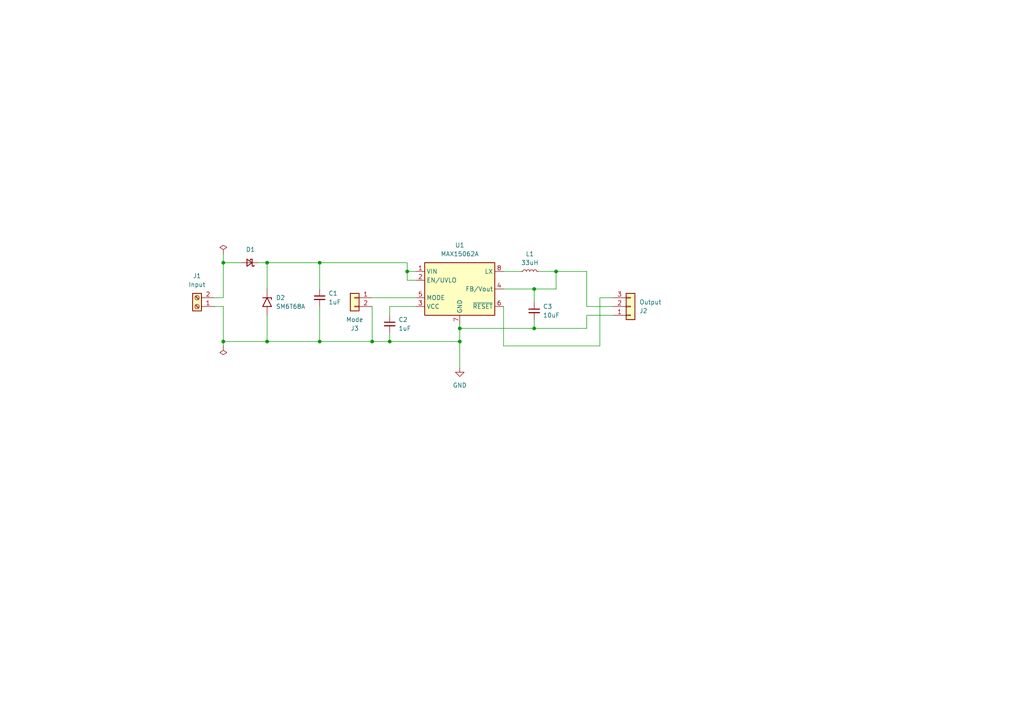
<source format=kicad_sch>
(kicad_sch (version 20250114) (generator "eeschema") (generator_version "9.0")
  (paper "A4")
  (lib_symbols
    (symbol "Connector:Screw_Terminal_01x02" (pin_names (offset 1.016) (hide yes))
      (property "Reference" "J" (at 0 2.54 0))
      (property "Value" "Screw_Terminal_01x02" (at 0 -5.08 0))
      (symbol "Screw_Terminal_01x02_1_1"
        (rectangle (start -1.27 1.27) (end 1.27 -3.81) (stroke (width 0.254)) (fill (type background)))
        (polyline (pts (xy -0.5334 0.3302) (xy 0.3302 -0.508)) (stroke (width 0.1524)))
        (polyline (pts (xy -0.5334 -2.2098) (xy 0.3302 -3.048)) (stroke (width 0.1524)))
        (polyline (pts (xy -0.3556 0.508) (xy 0.508 -0.3302)) (stroke (width 0.1524)))
        (polyline (pts (xy -0.3556 -2.032) (xy 0.508 -2.8702)) (stroke (width 0.1524)))
        (circle (center 0 0) (radius 0.635) (stroke (width 0.1524)))
        (circle (center 0 -2.54) (radius 0.635) (stroke (width 0.1524)))
        (pin passive line (at -5.08 0 0) (length 3.81) (name "Pin_1") (number "1"))
        (pin passive line (at -5.08 -2.54 0) (length 3.81) (name "Pin_2") (number "2"))
      )
    )
    (symbol "Connector_Generic:Conn_01x02" (pin_names (offset 1.016) (hide yes))
      (property "Reference" "J" (at 0 2.54 0))
      (property "Value" "Conn_01x02" (at 0 -5.08 0))
      (symbol "Conn_01x02_1_1"
        (rectangle (start -1.27 1.27) (end 1.27 -3.81) (stroke (width 0.254)) (fill (type background)))
        (rectangle (start -1.27 0.127) (end 0 -0.127) (stroke (width 0.1524)))
        (rectangle (start -1.27 -2.413) (end 0 -2.667) (stroke (width 0.1524)))
        (pin passive line (at -5.08 0 0) (length 3.81) (name "Pin_1") (number "1"))
        (pin passive line (at -5.08 -2.54 0) (length 3.81) (name "Pin_2") (number "2"))
      )
    )
    (symbol "Connector_Generic:Conn_01x03" (pin_names (offset 1.016) (hide yes))
      (property "Reference" "J" (at 0 5.08 0))
      (property "Value" "Conn_01x03" (at 0 -5.08 0))
      (symbol "Conn_01x03_1_1"
        (rectangle (start -1.27 3.81) (end 1.27 -3.81) (stroke (width 0.254)) (fill (type background)))
        (rectangle (start -1.27 2.667) (end 0 2.413) (stroke (width 0.1524)))
        (rectangle (start -1.27 0.127) (end 0 -0.127) (stroke (width 0.1524)))
        (rectangle (start -1.27 -2.413) (end 0 -2.667) (stroke (width 0.1524)))
        (pin passive line (at -5.08 2.54 0) (length 3.81) (name "Pin_1") (number "1"))
        (pin passive line (at -5.08 0 0) (length 3.81) (name "Pin_2") (number "2"))
        (pin passive line (at -5.08 -2.54 0) (length 3.81) (name "Pin_3") (number "3"))
      )
    )
    (symbol "Device:C_Small" (pin_numbers (hide yes)) (pin_names (offset 0.254) (hide yes))
      (property "Reference" "C" (at 0.254 1.778 0))
      (property "Value" "C_Small" (at 0.254 -2.032 0))
      (symbol "C_Small_0_1"
        (polyline (pts (xy -1.524 0.508) (xy 1.524 0.508)) (stroke (width 0.3048)))
        (polyline (pts (xy -1.524 -0.508) (xy 1.524 -0.508)) (stroke (width 0.3302)))
      )
      (symbol "C_Small_1_1"
        (pin passive line (at 0 2.54 270) (length 2.032) (name "~") (number "1"))
        (pin passive line (at 0 -2.54 90) (length 2.032) (name "~") (number "2"))
      )
    )
    (symbol "Device:D_Schottky_Small" (pin_numbers (hide yes)) (pin_names (offset 0.254) (hide yes))
      (property "Reference" "D" (at -1.27 2.032 0))
      (property "Value" "D_Schottky_Small" (at -7.112 -2.032 0))
      (symbol "D_Schottky_Small_0_1"
        (polyline (pts (xy -1.27 0.762) (xy -1.27 1.016) (xy -0.762 1.016) (xy -0.762 -1.016) (xy -0.254 -1.016) (xy -0.254 -0.762)) (stroke (width 0.254)))
        (polyline (pts (xy -0.762 0) (xy 0.762 0)))
        (polyline (pts (xy 0.762 -1.016) (xy -0.762 0) (xy 0.762 1.016) (xy 0.762 -1.016)) (stroke (width 0.254)))
      )
      (symbol "D_Schottky_Small_1_1"
        (pin passive line (at -2.54 0 0) (length 1.778) (name "K") (number "1"))
        (pin passive line (at 2.54 0 180) (length 1.778) (name "A") (number "2"))
      )
    )
    (symbol "Device:L_Small" (pin_numbers (hide yes)) (pin_names (offset 0.254) (hide yes))
      (property "Reference" "L" (at 0.762 1.016 0))
      (property "Value" "L_Small" (at 0.762 -1.016 0))
      (symbol "L_Small_0_1"
        (arc (start 0 2.032) (mid 0.5058 1.524) (end 0 1.016))
        (arc (start 0 1.016) (mid 0.5058 0.508) (end 0 0))
        (arc (start 0 0) (mid 0.5058 -0.508) (end 0 -1.016))
        (arc (start 0 -1.016) (mid 0.5058 -1.524) (end 0 -2.032))
      )
      (symbol "L_Small_1_1"
        (pin passive line (at 0 2.54 270) (length 0.508) (name "~") (number "1"))
        (pin passive line (at 0 -2.54 90) (length 0.508) (name "~") (number "2"))
      )
    )
    (symbol "Diode:SM6T68A" (pin_numbers (hide yes)) (pin_names (offset 1.016) (hide yes))
      (property "Reference" "D" (at 0 2.54 0))
      (property "Value" "SM6T68A" (at 0 -2.54 0))
      (symbol "SM6T68A_0_1"
        (polyline (pts (xy -0.762 1.27) (xy -1.27 1.27) (xy -1.27 -1.27)) (stroke (width 0.254)))
        (polyline (pts (xy 1.27 1.27) (xy 1.27 -1.27) (xy -1.27 0) (xy 1.27 1.27)) (stroke (width 0.254)))
      )
      (symbol "SM6T68A_1_1"
        (pin passive line (at -3.81 0 0) (length 2.54) (name "A1") (number "1"))
        (pin passive line (at 3.81 0 180) (length 2.54) (name "A2") (number "2"))
      )
    )
    (symbol "Regulator_Switching:MAX15062A"
      (property "Reference" "U" (at -10.16 11.43 0))
      (property "Value" "MAX15062A" (at -10.16 8.89 0))
      (symbol "MAX15062A_0_1"
        (rectangle (start -10.16 7.62) (end 10.16 -7.62) (stroke (width 0.254)) (fill (type background)))
      )
      (symbol "MAX15062A_1_1"
        (pin power_in line (at -12.7 5.08 0) (length 2.54) (name "VIN") (number "1"))
        (pin input line (at -12.7 2.54 0) (length 2.54) (name "EN/UVLO") (number "2"))
        (pin input line (at -12.7 -2.54 0) (length 2.54) (name "MODE") (number "5"))
        (pin power_out line (at -12.7 -5.08 0) (length 2.54) (name "VCC") (number "3"))
        (pin power_in line (at 0 -10.16 90) (length 2.54) (name "GND") (number "7"))
        (pin power_out line (at 12.7 5.08 180) (length 2.54) (name "LX") (number "8"))
        (pin input line (at 12.7 0 180) (length 2.54) (name "FB/Vout") (number "4"))
        (pin open_collector line (at 12.7 -5.08 180) (length 2.54) (name "~{RESET}") (number "6"))
      )
    )
    (symbol "power:GND" (power) (pin_numbers (hide yes)) (pin_names (offset 0) (hide yes))
      (property "Value" "GND" (at 0 -3.81 0))
      (symbol "GND_0_1"
        (polyline (pts (xy 0 0) (xy 0 -1.27) (xy 1.27 -1.27) (xy 0 -2.54) (xy -1.27 -1.27) (xy 0 -1.27)))
      )
      (symbol "GND_1_1"
        (pin power_in line (at 0 0 270) (length 0) (name "~") (number "1"))
      )
    )
    (symbol "power:PWR_FLAG" (power) (pin_numbers (hide yes)) (pin_names (offset 0) (hide yes))
      (property "Value" "PWR_FLAG" (at 0 3.81 0))
      (symbol "PWR_FLAG_0_0"
        (pin power_out line (at 0 0 90) (length 0) (name "~") (number "1"))
      )
      (symbol "PWR_FLAG_0_1"
        (polyline (pts (xy 0 0) (xy 0 1.27) (xy -1.016 1.905) (xy 0 2.54) (xy 1.016 1.905) (xy 0 1.27)))
      )
    )
  )
  (junction (at 64.77 76.2))
  (junction (at 92.71 99.06))
  (junction (at 107.95 99.06))
  (junction (at 64.77 99.06))
  (junction (at 133.35 99.06))
  (junction (at 161.29 78.74))
  (junction (at 154.94 83.82))
  (junction (at 92.71 76.2))
  (junction (at 154.94 95.25))
  (junction (at 77.47 76.2))
  (junction (at 118.11 78.74))
  (junction (at 133.35 95.25))
  (junction (at 113.03 99.06))
  (junction (at 77.47 99.06))
  (wire (pts (xy 113.03 96.52) (xy 113.03 99.06)))
  (wire (pts (xy 120.65 81.28) (xy 118.11 81.28)))
  (wire (pts (xy 118.11 78.74) (xy 118.11 81.28)))
  (wire (pts (xy 161.29 78.74) (xy 161.29 83.82)))
  (wire (pts (xy 107.95 88.9) (xy 107.95 99.06)))
  (wire (pts (xy 133.35 99.06) (xy 133.35 95.25)))
  (wire (pts (xy 107.95 99.06) (xy 113.03 99.06)))
  (wire (pts (xy 170.18 88.9) (xy 177.8 88.9)))
  (wire (pts (xy 64.77 99.06) (xy 77.47 99.06)))
  (wire (pts (xy 64.77 76.2) (xy 69.85 76.2)))
  (wire (pts (xy 154.94 95.25) (xy 170.18 95.25)))
  (wire (pts (xy 64.77 88.9) (xy 62.23 88.9)))
  (wire (pts (xy 77.47 99.06) (xy 92.71 99.06)))
  (wire (pts (xy 113.03 99.06) (xy 133.35 99.06)))
  (wire (pts (xy 170.18 78.74) (xy 170.18 88.9)))
  (wire (pts (xy 154.94 92.71) (xy 154.94 95.25)))
  (wire (pts (xy 154.94 83.82) (xy 154.94 87.63)))
  (wire (pts (xy 62.23 86.36) (xy 64.77 86.36)))
  (wire (pts (xy 170.18 91.44) (xy 177.8 91.44)))
  (wire (pts (xy 173.99 86.36) (xy 173.99 100.33)))
  (wire (pts (xy 64.77 88.9) (xy 64.77 99.06)))
  (wire (pts (xy 113.03 88.9) (xy 120.65 88.9)))
  (wire (pts (xy 92.71 76.2) (xy 118.11 76.2)))
  (wire (pts (xy 173.99 86.36) (xy 177.8 86.36)))
  (wire (pts (xy 133.35 99.06) (xy 133.35 106.68)))
  (wire (pts (xy 170.18 95.25) (xy 170.18 91.44)))
  (wire (pts (xy 161.29 83.82) (xy 154.94 83.82)))
  (wire (pts (xy 74.93 76.2) (xy 77.47 76.2)))
  (wire (pts (xy 77.47 76.2) (xy 92.71 76.2)))
  (wire (pts (xy 92.71 99.06) (xy 107.95 99.06)))
  (wire (pts (xy 161.29 78.74) (xy 170.18 78.74)))
  (wire (pts (xy 92.71 88.9) (xy 92.71 99.06)))
  (wire (pts (xy 146.05 78.74) (xy 151.13 78.74)))
  (wire (pts (xy 64.77 76.2) (xy 64.77 86.36)))
  (wire (pts (xy 146.05 100.33) (xy 146.05 88.9)))
  (wire (pts (xy 133.35 93.98) (xy 133.35 95.25)))
  (wire (pts (xy 118.11 76.2) (xy 118.11 78.74)))
  (wire (pts (xy 173.99 100.33) (xy 146.05 100.33)))
  (wire (pts (xy 77.47 76.2) (xy 77.47 83.82)))
  (wire (pts (xy 64.77 99.06) (xy 64.77 100.33)))
  (wire (pts (xy 118.11 78.74) (xy 120.65 78.74)))
  (wire (pts (xy 133.35 95.25) (xy 154.94 95.25)))
  (wire (pts (xy 64.77 73.66) (xy 64.77 76.2)))
  (wire (pts (xy 113.03 91.44) (xy 113.03 88.9)))
  (wire (pts (xy 146.05 83.82) (xy 154.94 83.82)))
  (wire (pts (xy 156.21 78.74) (xy 161.29 78.74)))
  (wire (pts (xy 77.47 99.06) (xy 77.47 91.44)))
  (wire (pts (xy 120.65 86.36) (xy 107.95 86.36)))
  (wire (pts (xy 92.71 83.82) (xy 92.71 76.2)))
  (symbol (lib_id "Regulator_Switching:MAX15062A") (at 133.35 83.82 0) (unit 1)
    (property "Reference" "U1" (at 133.35 71.12 0))
    (property "Value" "MAX15062A" (at 133.35 73.66 0))
    (property "Footprint" "Package_DFN_QFN:DFN-8_2x2mm_P0.5mm" (effects (hide yes)))
    (property "Datasheet" "http://datasheets.maximintegrated.com/en/ds/MAX15062.pdf" (effects (hide yes)))
    (property "Description" "60V, 300mA, synchronous step-down dc-dc converter, 3.3V fixed output voltage, DFN-8" (effects (hide yes)))
  )
  (symbol (lib_id "Connector_Generic:Conn_01x03") (at 182.88 88.9 0) (mirror x) (unit 1)
    (property "Reference" "J2" (at 185.42 90.1701 0) (effects (justify left)))
    (property "Value" "Output" (at 185.42 87.6301 0) (effects (justify left)))
    (property "Footprint" "Connector_PinHeader_2.54mm:PinHeader_1x03_P2.54mm_Vertical" (effects (hide yes)))
    (property "Description" "Generic connector, single row, 01x03, script generated (kicad-library-utils/schlib/autogen/connector/)" (effects (hide yes)))
  )
  (symbol (lib_id "power:GND") (at 133.35 106.68 0) (unit 1)
    (property "Reference" "#PWR01" (effects (hide yes)))
    (property "Value" "GND" (at 133.35 111.76 0))
    (property "Description" "Power symbol creates a global label with name \"GND\" , ground" (effects (hide yes)))
  )
  (symbol (lib_id "Device:D_Schottky_Small") (at 72.39 76.2 180) (unit 1)
    (property "Reference" "D1" (at 72.644 72.39 0))
    (property "Value" "D_Schottky_Small" (effects (hide yes)))
    (property "Footprint" "Diode_SMD:D_SMA" (effects (hide yes)))
    (property "Description" "Schottky diode, small symbol" (effects (hide yes)))
  )
  (symbol (lib_id "Device:L_Small") (at 153.67 78.74 90) (unit 1)
    (property "Reference" "L1" (at 153.67 73.66 90))
    (property "Value" "33uH" (at 153.67 76.2 90))
    (property "Footprint" "Inductor_SMD:L_1812_4532Metric" (effects (hide yes)))
    (property "Description" "Inductor, small symbol" (effects (hide yes)))
  )
  (symbol (lib_id "Connector:Screw_Terminal_01x02") (at 57.15 88.9 180) (unit 1)
    (property "Reference" "J1" (at 57.15 80.01 0))
    (property "Value" "Input" (at 57.15 82.55 0))
    (property "Footprint" "Connector_Phoenix_MSTB:PhoenixContact_MSTBVA_2,5_2-G_1x02_P5.00mm_Vertical" (effects (hide yes)))
    (property "Description" "Generic screw terminal, single row, 01x02, script generated (kicad-library-utils/schlib/autogen/connector/)" (effects (hide yes)))
  )
  (symbol (lib_id "Connector_Generic:Conn_01x02") (at 102.87 86.36 0) (mirror y) (unit 1)
    (property "Reference" "J3" (at 102.87 95.25 0))
    (property "Value" "Mode" (at 102.87 92.71 0))
    (property "Footprint" "Connector_PinHeader_2.54mm:PinHeader_1x02_P2.54mm_Vertical" (effects (hide yes)))
    (property "Description" "Generic connector, single row, 01x02, script generated (kicad-library-utils/schlib/autogen/connector/)" (effects (hide yes)))
  )
  (symbol (lib_id "Diode:SM6T68A") (at 77.47 87.63 270) (unit 1)
    (property "Reference" "D2" (at 80.01 86.3599 90) (effects (justify left)))
    (property "Value" "SM6T68A" (at 80.01 88.8999 90) (effects (justify left)))
    (property "Footprint" "Diode_SMD:D_SMB" (effects (hide yes)))
    (property "Datasheet" "https://www.st.com/resource/en/datasheet/sm6t.pdf" (effects (hide yes)))
    (property "Description" "600W unidirectional Transil Transient Voltage Suppressor, 68Vrwm, DO-214AA" (effects (hide yes)))
  )
  (symbol (lib_id "power:PWR_FLAG") (at 64.77 73.66 0) (unit 1)
    (property "Reference" "#FLG01" (effects (hide yes)))
    (property "Value" "PWR_FLAG" (effects (hide yes)))
    (property "Description" "Special symbol for telling ERC where power comes from" (effects (hide yes)))
  )
  (symbol (lib_id "Device:C_Small") (at 154.94 90.17 0) (unit 1)
    (property "Reference" "C3" (at 157.48 88.9062 0) (effects (justify left)))
    (property "Value" "10uF" (at 157.48 91.4462 0) (effects (justify left)))
    (property "Footprint" "Capacitor_SMD:C_0805_2012Metric" (effects (hide yes)))
    (property "Description" "Unpolarized capacitor, small symbol" (effects (hide yes)))
  )
  (symbol (lib_id "Device:C_Small") (at 92.71 86.36 0) (unit 1)
    (property "Reference" "C1" (at 95.25 85.0962 0) (effects (justify left)))
    (property "Value" "1uF" (at 95.25 87.6362 0) (effects (justify left)))
    (property "Footprint" "Capacitor_SMD:C_1206_3216Metric" (effects (hide yes)))
    (property "Description" "Unpolarized capacitor, small symbol" (effects (hide yes)))
  )
  (symbol (lib_id "power:PWR_FLAG") (at 64.77 100.33 180) (unit 1)
    (property "Reference" "#FLG02" (effects (hide yes)))
    (property "Value" "PWR_FLAG" (effects (hide yes)))
    (property "Description" "Special symbol for telling ERC where power comes from" (effects (hide yes)))
  )
  (symbol (lib_id "Device:C_Small") (at 113.03 93.98 0) (unit 1)
    (property "Reference" "C2" (at 115.57 92.7162 0) (effects (justify left)))
    (property "Value" "1uF" (at 115.57 95.2562 0) (effects (justify left)))
    (property "Footprint" "Capacitor_SMD:C_1206_3216Metric" (effects (hide yes)))
    (property "Description" "Unpolarized capacitor, small symbol" (effects (hide yes)))
  )
)
</source>
